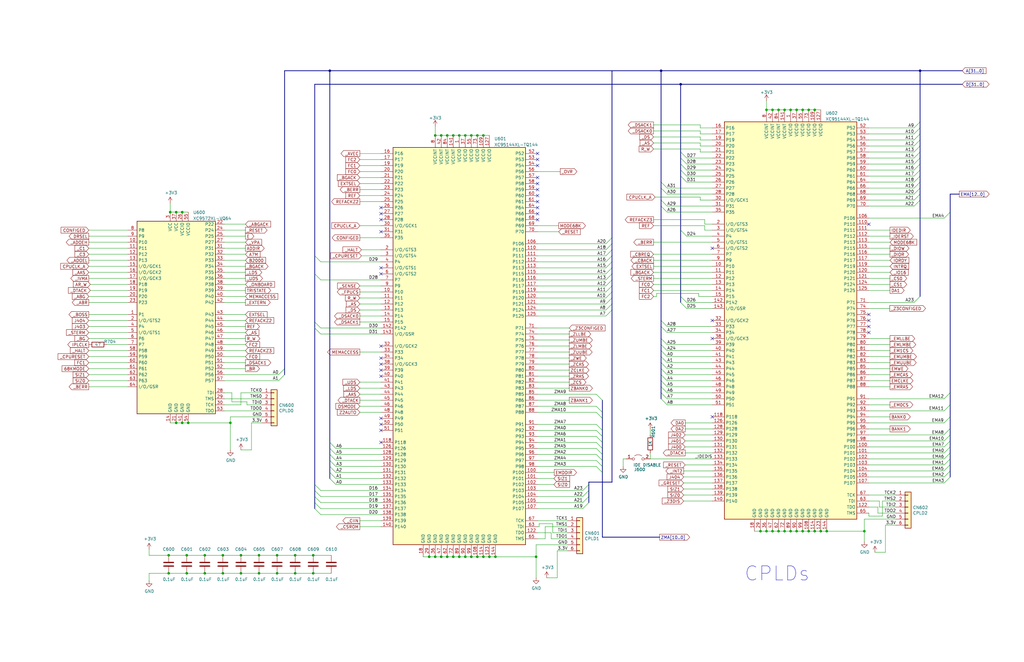
<source format=kicad_sch>
(kicad_sch (version 20211123) (generator eeschema)
  (paper "B")
  (title_block (title "Amiga N2630") (date "2022-05-31") (rev "2.0 QFP"))
  (junction (at 93.98 234.315))
  (junction (at 124.46 234.315))
  (junction (at 364.49 224.155))
  (junction (at 335.915 224.155))
  (junction (at 71.755 89.535))
  (junction (at 226.06 234.95))
  (junction (at 74.295 178.435))
  (junction (at 74.295 89.535))
  (junction (at 109.22 234.315))
  (junction (at 71.12 234.315))
  (junction (at 206.375 234.95))
  (junction (at 132.08 234.315))
  (junction (at 208.915 234.95))
  (junction (at 203.835 57.15))
  (junction (at 139.065 29.845))
  (junction (at 109.22 241.935))
  (junction (at 132.08 241.935))
  (junction (at 191.135 57.15))
  (junction (at 193.675 57.15))
  (junction (at 86.36 234.315))
  (junction (at 196.215 57.15))
  (junction (at 325.755 224.155))
  (junction (at 183.515 57.15))
  (junction (at 191.135 234.95))
  (junction (at 76.835 178.435))
  (junction (at 343.535 46.355))
  (junction (at 330.835 224.155))
  (junction (at 387.985 29.845))
  (junction (at 116.84 234.315))
  (junction (at 188.595 57.15))
  (junction (at 97.155 178.435))
  (junction (at 201.295 57.15))
  (junction (at 180.975 234.95))
  (junction (at 340.995 46.355))
  (junction (at 287.02 35.56))
  (junction (at 78.74 234.315))
  (junction (at 76.835 89.535))
  (junction (at 78.74 241.935))
  (junction (at 124.46 241.935))
  (junction (at 278.765 29.845))
  (junction (at 333.375 224.155))
  (junction (at 101.6 234.315))
  (junction (at 340.995 224.155))
  (junction (at 323.215 46.355))
  (junction (at 325.755 46.355))
  (junction (at 338.455 46.355))
  (junction (at 346.075 224.155))
  (junction (at 186.055 234.95))
  (junction (at 198.755 57.15))
  (junction (at 79.375 178.435))
  (junction (at 196.215 234.95))
  (junction (at 186.055 57.15))
  (junction (at 93.98 241.935))
  (junction (at 328.295 46.355))
  (junction (at 101.6 241.935))
  (junction (at 323.215 224.155))
  (junction (at 328.295 224.155))
  (junction (at 343.535 224.155))
  (junction (at 330.835 46.355))
  (junction (at 116.84 241.935))
  (junction (at 335.915 46.355))
  (junction (at 320.675 224.155))
  (junction (at 338.455 224.155))
  (junction (at 183.515 234.95))
  (junction (at 71.12 241.935))
  (junction (at 86.36 241.935))
  (junction (at 333.375 46.355))
  (junction (at 193.675 234.95))
  (junction (at 203.835 234.95))
  (junction (at 188.595 234.95))
  (junction (at 201.295 234.95))
  (junction (at 348.615 224.155))
  (junction (at 198.755 234.95))
  (no_connect (at 300.355 142.875))
  (no_connect (at 300.355 135.255))
  (no_connect (at 160.655 186.69))
  (no_connect (at 226.695 85.09))
  (no_connect (at 226.695 90.17))
  (no_connect (at 226.695 87.63))
  (no_connect (at 226.695 92.71))
  (no_connect (at 226.695 82.55))
  (no_connect (at 226.695 80.01))
  (no_connect (at 226.695 77.47))
  (no_connect (at 226.695 74.93))
  (no_connect (at 226.695 67.31))
  (no_connect (at 226.695 64.77))
  (no_connect (at 226.695 69.85))
  (no_connect (at 300.355 104.775))
  (no_connect (at 160.655 97.79))
  (no_connect (at 160.655 92.71))
  (no_connect (at 160.655 90.17))
  (no_connect (at 160.655 87.63))
  (no_connect (at 160.655 113.03))
  (no_connect (at 160.655 115.57))
  (no_connect (at 300.355 175.895))
  (no_connect (at 366.395 94.615))
  (no_connect (at 160.655 153.67))
  (no_connect (at 160.655 146.05))
  (no_connect (at 366.395 140.335))
  (no_connect (at 366.395 137.795))
  (no_connect (at 366.395 135.255))
  (no_connect (at 160.655 151.13))
  (no_connect (at 160.655 156.21))
  (no_connect (at 160.655 158.75))
  (no_connect (at 160.655 179.07))
  (no_connect (at 160.655 176.53))
  (no_connect (at 160.655 181.61))
  (no_connect (at 366.395 132.715))
  (bus_entry (at 281.305 137.795) (size -2.54 -2.54))
  (bus_entry (at 398.145 186.055) (size 2.54 -2.54))
  (bus_entry (at 398.018 183.515) (size 2.54 -2.54))
  (bus_entry (at 398.145 188.595) (size 2.54 -2.54))
  (bus_entry (at 398.145 173.355) (size 2.54 -2.54))
  (bus_entry (at 398.145 178.435) (size 2.54 -2.54))
  (bus_entry (at 255.524 107.95) (size 2.54 -2.54))
  (bus_entry (at 385.445 74.295) (size 2.54 -2.54))
  (bus_entry (at 385.445 61.595) (size 2.54 -2.54))
  (bus_entry (at 255.524 133.35) (size 2.54 -2.54))
  (bus_entry (at 385.445 53.975) (size 2.54 -2.54))
  (bus_entry (at 281.305 89.535) (size -2.54 -2.54))
  (bus_entry (at 281.305 79.375) (size -2.54 -2.54))
  (bus_entry (at 385.445 127.635) (size 2.54 -2.54))
  (bus_entry (at 385.445 79.375) (size 2.54 -2.54))
  (bus_entry (at 135.255 209.55) (size -2.54 -2.54))
  (bus_entry (at 289.56 71.755) (size -2.54 -2.54))
  (bus_entry (at 281.305 165.735) (size -2.54 -2.54))
  (bus_entry (at 398.145 201.295) (size 2.54 -2.54))
  (bus_entry (at 398.145 193.675) (size 2.54 -2.54))
  (bus_entry (at 398.145 203.835) (size 2.54 -2.54))
  (bus_entry (at 398.145 92.075) (size 2.54 -2.54))
  (bus_entry (at 398.018 198.755) (size 2.54 -2.54))
  (bus_entry (at 398.145 196.215) (size 2.54 -2.54))
  (bus_entry (at 398.145 191.135) (size 2.54 -2.54))
  (bus_entry (at 135.255 207.01) (size -2.54 -2.54))
  (bus_entry (at 281.305 163.195) (size -2.54 -2.54))
  (bus_entry (at 281.305 150.495) (size -2.54 -2.54))
  (bus_entry (at 281.305 145.415) (size -2.54 -2.54))
  (bus_entry (at 141.605 204.47) (size -2.54 -2.54))
  (bus_entry (at 141.605 196.85) (size -2.54 -2.54))
  (bus_entry (at 141.605 194.31) (size -2.54 -2.54))
  (bus_entry (at 141.605 199.39) (size -2.54 -2.54))
  (bus_entry (at 141.605 201.93) (size -2.54 -2.54))
  (bus_entry (at 141.605 189.23) (size -2.54 -2.54))
  (bus_entry (at 141.605 191.77) (size -2.54 -2.54))
  (bus_entry (at 255.524 118.11) (size 2.54 -2.54))
  (bus_entry (at 255.524 128.27) (size 2.54 -2.54))
  (bus_entry (at 255.524 120.65) (size 2.54 -2.54))
  (bus_entry (at 255.524 123.19) (size 2.54 -2.54))
  (bus_entry (at 255.524 125.73) (size 2.54 -2.54))
  (bus_entry (at 255.524 130.81) (size 2.54 -2.54))
  (bus_entry (at 245.745 207.01) (size 2.54 -2.54))
  (bus_entry (at 245.745 214.63) (size 2.54 -2.54))
  (bus_entry (at 245.745 212.09) (size 2.54 -2.54))
  (bus_entry (at 255.524 115.57) (size 2.54 -2.54))
  (bus_entry (at 255.524 113.03) (size 2.54 -2.54))
  (bus_entry (at 245.745 209.55) (size 2.54 -2.54))
  (bus_entry (at 385.445 84.455) (size 2.54 -2.54))
  (bus_entry (at 289.56 130.175) (size -2.54 -2.54))
  (bus_entry (at 385.445 69.215) (size 2.54 -2.54))
  (bus_entry (at 255.524 110.49) (size 2.54 -2.54))
  (bus_entry (at 385.445 81.915) (size 2.54 -2.54))
  (bus_entry (at 385.445 59.055) (size 2.54 -2.54))
  (bus_entry (at 281.305 170.815) (size -2.54 -2.54))
  (bus_entry (at 289.56 127.635) (size -2.54 -2.54))
  (bus_entry (at 385.445 56.515) (size 2.54 -2.54))
  (bus_entry (at 281.305 155.575) (size -2.54 -2.54))
  (bus_entry (at 135.255 217.17) (size -2.54 -2.54))
  (bus_entry (at 289.56 74.295) (size -2.54 -2.54))
  (bus_entry (at 281.305 168.275) (size -2.54 -2.54))
  (bus_entry (at 281.305 160.655) (size -2.54 -2.54))
  (bus_entry (at 289.56 99.695) (size -2.54 -2.54))
  (bus_entry (at 117.475 158.115) (size 2.54 -2.54))
  (bus_entry (at 255.524 102.87) (size 2.54 -2.54))
  (bus_entry (at 385.445 71.755) (size 2.54 -2.54))
  (bus_entry (at 281.305 158.115) (size -2.54 -2.54))
  (bus_entry (at 398.145 168.275) (size 2.54 -2.54))
  (bus_entry (at 289.56 66.675) (size -2.54 -2.54))
  (bus_entry (at 281.305 147.955) (size -2.54 -2.54))
  (bus_entry (at 385.445 64.135) (size 2.54 -2.54))
  (bus_entry (at 281.305 140.335) (size -2.54 -2.54))
  (bus_entry (at 385.445 86.995) (size 2.54 -2.54))
  (bus_entry (at 289.56 76.835) (size -2.54 -2.54))
  (bus_entry (at 385.445 66.675) (size 2.54 -2.54))
  (bus_entry (at 385.445 76.835) (size 2.54 -2.54))
  (bus_entry (at 255.524 105.41) (size 2.54 -2.54))
  (bus_entry (at 281.305 153.035) (size -2.54 -2.54))
  (bus_entry (at 135.255 212.09) (size -2.54 -2.54))
  (bus_entry (at 289.56 69.215) (size -2.54 -2.54))
  (bus_entry (at 251.46 171.45) (size 2.54 2.54))
  (bus_entry (at 251.46 166.37) (size 2.54 2.54))
  (bus_entry (at 251.46 179.07) (size 2.54 2.54))
  (bus_entry (at 251.46 173.99) (size 2.54 2.54))
  (bus_entry (at 251.46 191.77) (size 2.54 2.54))
  (bus_entry (at 251.46 194.31) (size 2.54 2.54))
  (bus_entry (at 251.46 196.85) (size 2.54 2.54))
  (bus_entry (at 251.46 184.15) (size 2.54 2.54))
  (bus_entry (at 251.46 189.23) (size 2.54 2.54))
  (bus_entry (at 251.46 181.61) (size 2.54 2.54))
  (bus_entry (at 251.46 186.69) (size 2.54 2.54))
  (bus_entry (at 117.475 160.655) (size 2.54 -2.54))
  (bus_entry (at 281.305 86.995) (size -2.54 -2.54))
  (bus_entry (at 281.305 81.915) (size -2.54 -2.54))
  (bus_entry (at 135.255 110.49) (size -2.54 -2.54))
  (bus_entry (at 135.255 118.11) (size -2.54 -2.54))
  (bus_entry (at 135.255 140.97) (size -2.54 -2.54))
  (bus_entry (at 135.255 138.43) (size -2.54 -2.54))
  (bus_entry (at 135.255 214.63) (size -2.54 -2.54))
  (bus (pts (xy 278.765 79.375) (xy 278.765 84.455)))
  (wire (pts (xy 53.975 112.395) (xy 37.465 112.395)))
  (wire (pts (xy 160.655 166.37) (xy 151.765 166.37)))
  (wire (pts (xy 366.395 173.355) (xy 398.145 173.355)))
  (wire (pts (xy 276.225 83.185) (xy 295.275 83.185)))
  (wire (pts (xy 183.515 234.95) (xy 186.055 234.95)))
  (wire (pts (xy 226.06 243.84) (xy 226.06 234.95)))
  (wire (pts (xy 226.06 234.95) (xy 226.06 229.87)))
  (bus (pts (xy 258.064 120.65) (xy 258.064 118.11)))
  (bus (pts (xy 132.715 107.95) (xy 132.715 35.56)))
  (wire (pts (xy 297.18 97.155) (xy 300.355 97.155)))
  (bus (pts (xy 258.064 115.57) (xy 258.064 113.03)))
  (bus (pts (xy 254 181.61) (xy 254 184.15)))
  (wire (pts (xy 203.835 234.95) (xy 206.375 234.95)))
  (wire (pts (xy 366.395 109.855) (xy 375.285 109.855)))
  (wire (pts (xy 288.29 203.835) (xy 300.355 203.835)))
  (wire (pts (xy 103.505 147.955) (xy 94.615 147.955)))
  (wire (pts (xy 297.18 92.71) (xy 297.18 94.615)))
  (wire (pts (xy 180.975 234.95) (xy 183.515 234.95)))
  (wire (pts (xy 101.6 241.935) (xy 93.98 241.935)))
  (wire (pts (xy 239.395 222.25) (xy 229.87 222.25)))
  (bus (pts (xy 248.285 212.09) (xy 248.285 209.55)))
  (wire (pts (xy 300.355 165.735) (xy 281.305 165.735)))
  (bus (pts (xy 287.02 125.095) (xy 287.02 127.635)))
  (wire (pts (xy 289.56 127.635) (xy 300.355 127.635)))
  (wire (pts (xy 300.355 160.655) (xy 281.305 160.655)))
  (wire (pts (xy 53.975 109.855) (xy 37.465 109.855)))
  (wire (pts (xy 103.505 135.255) (xy 94.615 135.255)))
  (wire (pts (xy 188.595 234.95) (xy 191.135 234.95)))
  (wire (pts (xy 151.765 222.25) (xy 160.655 222.25)))
  (wire (pts (xy 366.395 170.815) (xy 375.285 170.815)))
  (wire (pts (xy 372.11 217.805) (xy 366.395 217.805)))
  (wire (pts (xy 104.14 170.815) (xy 110.49 170.815)))
  (wire (pts (xy 366.395 120.015) (xy 375.285 120.015)))
  (wire (pts (xy 135.255 214.63) (xy 160.655 214.63)))
  (wire (pts (xy 320.675 224.155) (xy 318.135 224.155)))
  (wire (pts (xy 295.275 52.705) (xy 275.59 52.705)))
  (bus (pts (xy 139.065 194.31) (xy 139.065 196.85)))
  (wire (pts (xy 328.295 46.355) (xy 325.755 46.355)))
  (wire (pts (xy 385.445 71.755) (xy 366.395 71.755)))
  (wire (pts (xy 274.193 193.675) (xy 300.355 193.675)))
  (wire (pts (xy 281.305 150.495) (xy 300.355 150.495)))
  (wire (pts (xy 255.524 110.49) (xy 226.695 110.49)))
  (wire (pts (xy 245.745 214.63) (xy 226.695 214.63)))
  (wire (pts (xy 262.763 193.675) (xy 262.763 196.85)))
  (wire (pts (xy 364.49 224.155) (xy 364.49 219.075)))
  (wire (pts (xy 385.445 84.455) (xy 366.395 84.455)))
  (bus (pts (xy 132.715 212.09) (xy 132.715 214.63)))
  (wire (pts (xy 97.155 178.435) (xy 97.155 175.895)))
  (wire (pts (xy 53.975 122.555) (xy 38.1 122.555)))
  (wire (pts (xy 295.275 60.325) (xy 295.275 61.595)))
  (bus (pts (xy 248.285 209.55) (xy 248.285 207.01)))
  (wire (pts (xy 297.18 95.25) (xy 297.18 97.155)))
  (wire (pts (xy 71.755 85.725) (xy 71.755 89.535)))
  (wire (pts (xy 103.505 102.235) (xy 94.615 102.235)))
  (wire (pts (xy 135.255 207.01) (xy 160.655 207.01)))
  (wire (pts (xy 300.355 107.315) (xy 275.59 107.315)))
  (wire (pts (xy 226.695 140.97) (xy 240.03 140.97)))
  (wire (pts (xy 103.505 155.575) (xy 94.615 155.575)))
  (bus (pts (xy 132.715 138.557) (xy 132.715 204.47)))
  (wire (pts (xy 226.695 189.23) (xy 251.46 189.23)))
  (wire (pts (xy 191.135 57.15) (xy 188.595 57.15)))
  (wire (pts (xy 53.975 125.095) (xy 37.465 125.095)))
  (wire (pts (xy 335.915 46.355) (xy 333.375 46.355)))
  (wire (pts (xy 300.355 208.915) (xy 288.29 208.915)))
  (wire (pts (xy 94.615 94.615) (xy 103.505 94.615)))
  (wire (pts (xy 385.445 127.635) (xy 366.395 127.635)))
  (wire (pts (xy 226.695 219.71) (xy 239.395 219.71)))
  (bus (pts (xy 258.064 102.87) (xy 258.064 100.33)))
  (wire (pts (xy 281.305 147.955) (xy 300.355 147.955)))
  (wire (pts (xy 226.695 97.79) (xy 235.585 97.79)))
  (wire (pts (xy 37.465 158.115) (xy 53.975 158.115)))
  (wire (pts (xy 281.305 89.535) (xy 300.355 89.535)))
  (wire (pts (xy 281.305 81.915) (xy 300.355 81.915)))
  (bus (pts (xy 254 191.77) (xy 254 194.31)))
  (wire (pts (xy 289.56 99.695) (xy 300.355 99.695)))
  (bus (pts (xy 400.685 191.135) (xy 400.685 188.595)))
  (wire (pts (xy 226.695 194.31) (xy 251.46 194.31)))
  (wire (pts (xy 160.655 74.93) (xy 151.765 74.93)))
  (wire (pts (xy 103.505 122.555) (xy 94.615 122.555)))
  (wire (pts (xy 226.695 191.77) (xy 251.46 191.77)))
  (bus (pts (xy 258.064 118.11) (xy 258.064 115.57)))
  (bus (pts (xy 254 199.39) (xy 254 226.695)))
  (wire (pts (xy 300.355 186.055) (xy 288.925 186.055)))
  (wire (pts (xy 94.615 120.015) (xy 103.505 120.015)))
  (wire (pts (xy 94.615 158.115) (xy 117.475 158.115)))
  (wire (pts (xy 300.355 112.395) (xy 275.59 112.395)))
  (wire (pts (xy 289.56 74.295) (xy 300.355 74.295)))
  (wire (pts (xy 206.375 234.95) (xy 208.915 234.95)))
  (wire (pts (xy 366.395 175.895) (xy 375.285 175.895)))
  (wire (pts (xy 274.193 183.515) (xy 274.193 180.975)))
  (wire (pts (xy 196.215 234.95) (xy 198.755 234.95)))
  (wire (pts (xy 160.655 64.77) (xy 151.765 64.77)))
  (bus (pts (xy 387.985 64.135) (xy 387.985 66.675)))
  (bus (pts (xy 254 189.23) (xy 254 191.77)))
  (wire (pts (xy 300.355 125.095) (xy 294.64 125.095)))
  (wire (pts (xy 160.655 77.47) (xy 151.765 77.47)))
  (wire (pts (xy 300.355 170.815) (xy 281.305 170.815)))
  (wire (pts (xy 274.193 191.135) (xy 274.193 193.675)))
  (wire (pts (xy 141.605 196.85) (xy 160.655 196.85)))
  (wire (pts (xy 289.56 76.835) (xy 300.355 76.835)))
  (wire (pts (xy 94.615 109.855) (xy 103.505 109.855)))
  (wire (pts (xy 385.445 53.975) (xy 366.395 53.975)))
  (wire (pts (xy 160.655 173.99) (xy 151.765 173.99)))
  (wire (pts (xy 325.755 46.355) (xy 323.215 46.355)))
  (wire (pts (xy 196.215 57.15) (xy 193.675 57.15)))
  (wire (pts (xy 53.975 117.475) (xy 37.465 117.475)))
  (bus (pts (xy 400.685 175.895) (xy 400.685 170.815)))
  (bus (pts (xy 387.985 61.595) (xy 387.985 64.135)))
  (wire (pts (xy 366.395 145.415) (xy 375.285 145.415)))
  (wire (pts (xy 93.98 241.935) (xy 86.36 241.935)))
  (wire (pts (xy 300.355 183.515) (xy 288.925 183.515)))
  (wire (pts (xy 103.505 150.495) (xy 94.615 150.495)))
  (wire (pts (xy 37.465 147.955) (xy 53.975 147.955)))
  (wire (pts (xy 226.695 199.39) (xy 233.68 199.39)))
  (wire (pts (xy 124.46 241.935) (xy 132.08 241.935)))
  (wire (pts (xy 340.995 224.155) (xy 338.455 224.155)))
  (wire (pts (xy 37.465 132.715) (xy 53.975 132.715)))
  (wire (pts (xy 37.465 140.335) (xy 53.975 140.335)))
  (bus (pts (xy 400.685 89.535) (xy 400.685 81.915)))
  (wire (pts (xy 151.765 123.19) (xy 160.655 123.19)))
  (wire (pts (xy 53.975 137.795) (xy 37.465 137.795)))
  (bus (pts (xy 254 194.31) (xy 254 196.85)))
  (wire (pts (xy 226.695 95.25) (xy 235.585 95.25)))
  (wire (pts (xy 37.465 104.775) (xy 53.975 104.775)))
  (wire (pts (xy 300.355 163.195) (xy 281.305 163.195)))
  (wire (pts (xy 281.305 86.995) (xy 300.355 86.995)))
  (bus (pts (xy 248.285 203.454) (xy 258.064 203.454)))
  (wire (pts (xy 208.915 234.95) (xy 226.06 234.95)))
  (bus (pts (xy 278.765 158.115) (xy 278.765 160.655)))
  (wire (pts (xy 135.255 217.17) (xy 160.655 217.17)))
  (wire (pts (xy 191.135 234.95) (xy 193.675 234.95)))
  (bus (pts (xy 258.064 113.03) (xy 258.064 110.49)))
  (wire (pts (xy 366.395 178.435) (xy 398.145 178.435)))
  (bus (pts (xy 278.765 153.035) (xy 278.765 155.575)))
  (wire (pts (xy 385.445 69.215) (xy 366.395 69.215)))
  (bus (pts (xy 120.015 29.845) (xy 139.065 29.845)))
  (bus (pts (xy 287.02 35.56) (xy 287.02 64.135)))
  (wire (pts (xy 160.655 163.83) (xy 151.765 163.83)))
  (wire (pts (xy 375.285 122.555) (xy 366.395 122.555)))
  (bus (pts (xy 278.765 160.655) (xy 278.765 163.195)))
  (bus (pts (xy 254 176.53) (xy 254 181.61)))
  (bus (pts (xy 258.064 128.27) (xy 258.064 130.81)))
  (wire (pts (xy 151.765 125.73) (xy 160.655 125.73)))
  (wire (pts (xy 76.835 178.435) (xy 79.375 178.435)))
  (wire (pts (xy 226.695 148.59) (xy 240.03 148.59)))
  (wire (pts (xy 234.95 243.84) (xy 230.505 243.84)))
  (wire (pts (xy 103.505 140.335) (xy 94.615 140.335)))
  (wire (pts (xy 255.524 102.87) (xy 226.695 102.87)))
  (wire (pts (xy 109.22 241.935) (xy 101.6 241.935)))
  (wire (pts (xy 141.605 191.77) (xy 160.655 191.77)))
  (wire (pts (xy 193.675 234.95) (xy 196.215 234.95)))
  (wire (pts (xy 79.375 178.435) (xy 97.155 178.435)))
  (wire (pts (xy 372.11 211.455) (xy 372.11 217.805)))
  (bus (pts (xy 387.985 66.675) (xy 387.985 69.215)))
  (bus (pts (xy 400.685 81.915) (xy 404.495 81.915)))
  (wire (pts (xy 366.395 163.195) (xy 375.285 163.195)))
  (wire (pts (xy 103.505 145.415) (xy 94.615 145.415)))
  (wire (pts (xy 300.355 117.475) (xy 275.59 117.475)))
  (wire (pts (xy 264.033 193.675) (xy 262.763 193.675)))
  (wire (pts (xy 226.695 72.39) (xy 236.22 72.39)))
  (bus (pts (xy 278.765 145.415) (xy 278.765 147.955)))
  (bus (pts (xy 287.02 74.295) (xy 287.02 97.155)))
  (bus (pts (xy 278.765 29.845) (xy 387.985 29.845)))
  (bus (pts (xy 278.765 165.735) (xy 278.765 168.275)))
  (bus (pts (xy 400.685 193.675) (xy 400.685 191.135)))
  (wire (pts (xy 135.255 138.43) (xy 160.655 138.43)))
  (wire (pts (xy 109.22 234.315) (xy 116.84 234.315)))
  (wire (pts (xy 151.765 120.65) (xy 160.655 120.65)))
  (wire (pts (xy 160.655 107.95) (xy 152.4 107.95)))
  (bus (pts (xy 287.02 64.135) (xy 287.02 66.675)))
  (bus (pts (xy 258.064 130.81) (xy 258.064 203.454)))
  (wire (pts (xy 366.395 183.515) (xy 398.018 183.515)))
  (wire (pts (xy 141.605 189.23) (xy 160.655 189.23)))
  (wire (pts (xy 333.375 46.355) (xy 330.835 46.355)))
  (wire (pts (xy 226.695 158.75) (xy 240.03 158.75)))
  (wire (pts (xy 300.355 114.935) (xy 275.59 114.935)))
  (wire (pts (xy 160.655 95.25) (xy 151.765 95.25)))
  (wire (pts (xy 229.87 222.25) (xy 229.87 227.33)))
  (wire (pts (xy 233.045 220.98) (xy 227.33 220.98)))
  (bus (pts (xy 400.685 89.535) (xy 400.685 165.735)))
  (wire (pts (xy 116.84 241.935) (xy 124.46 241.935)))
  (wire (pts (xy 135.255 110.49) (xy 160.655 110.49)))
  (wire (pts (xy 53.975 107.315) (xy 37.465 107.315)))
  (wire (pts (xy 300.355 120.015) (xy 275.59 120.015)))
  (wire (pts (xy 86.36 234.315) (xy 78.74 234.315)))
  (bus (pts (xy 387.985 29.845) (xy 405.765 29.845)))
  (wire (pts (xy 103.505 112.395) (xy 94.615 112.395)))
  (wire (pts (xy 97.155 189.865) (xy 97.155 178.435)))
  (wire (pts (xy 151.765 130.81) (xy 160.655 130.81)))
  (wire (pts (xy 232.41 227.33) (xy 239.395 227.33)))
  (wire (pts (xy 275.59 60.325) (xy 295.275 60.325)))
  (wire (pts (xy 338.455 224.155) (xy 335.915 224.155)))
  (wire (pts (xy 101.6 165.735) (xy 101.6 170.815)))
  (wire (pts (xy 370.84 213.995) (xy 377.825 213.995)))
  (wire (pts (xy 97.79 165.735) (xy 97.79 169.545)))
  (wire (pts (xy 300.355 84.455) (xy 295.275 84.455)))
  (wire (pts (xy 198.755 57.15) (xy 196.215 57.15)))
  (wire (pts (xy 226.695 179.07) (xy 251.46 179.07)))
  (wire (pts (xy 201.295 57.15) (xy 198.755 57.15)))
  (wire (pts (xy 276.86 125.095) (xy 275.59 125.095)))
  (wire (pts (xy 109.22 241.935) (xy 116.84 241.935)))
  (wire (pts (xy 297.18 94.615) (xy 300.355 94.615)))
  (wire (pts (xy 348.615 224.155) (xy 364.49 224.155)))
  (wire (pts (xy 71.12 234.315) (xy 62.865 234.315)))
  (bus (pts (xy 139.065 191.77) (xy 139.065 194.31)))
  (wire (pts (xy 385.445 86.995) (xy 366.395 86.995)))
  (wire (pts (xy 198.755 234.95) (xy 201.295 234.95)))
  (wire (pts (xy 255.524 133.35) (xy 226.695 133.35)))
  (bus (pts (xy 400.685 188.595) (xy 400.685 186.055)))
  (bus (pts (xy 258.064 100.33) (xy 258.064 29.972)))
  (bus (pts (xy 387.985 56.515) (xy 387.985 59.055)))
  (bus (pts (xy 139.065 186.69) (xy 139.065 189.23)))
  (wire (pts (xy 124.46 234.315) (xy 132.08 234.315)))
  (wire (pts (xy 294.64 123.825) (xy 276.86 123.825)))
  (wire (pts (xy 141.605 199.39) (xy 160.655 199.39)))
  (wire (pts (xy 71.12 241.935) (xy 62.865 241.935)))
  (wire (pts (xy 370.205 213.995) (xy 370.205 216.535)))
  (wire (pts (xy 366.395 168.275) (xy 398.145 168.275)))
  (wire (pts (xy 203.835 57.15) (xy 201.295 57.15)))
  (wire (pts (xy 53.975 99.695) (xy 37.465 99.695)))
  (wire (pts (xy 233.045 224.79) (xy 233.045 220.98)))
  (bus (pts (xy 400.685 183.515) (xy 400.685 175.895)))
  (wire (pts (xy 366.395 112.395) (xy 375.285 112.395)))
  (wire (pts (xy 37.465 153.035) (xy 53.975 153.035)))
  (bus (pts (xy 278.765 163.195) (xy 278.765 165.735)))
  (wire (pts (xy 226.695 184.15) (xy 251.46 184.15)))
  (wire (pts (xy 366.395 203.835) (xy 398.145 203.835)))
  (wire (pts (xy 366.395 114.935) (xy 375.285 114.935)))
  (wire (pts (xy 385.445 64.135) (xy 366.395 64.135)))
  (wire (pts (xy 186.055 234.95) (xy 188.595 234.95)))
  (wire (pts (xy 323.215 224.155) (xy 320.675 224.155)))
  (wire (pts (xy 288.29 198.755) (xy 300.355 198.755)))
  (wire (pts (xy 226.695 146.05) (xy 240.03 146.05)))
  (wire (pts (xy 300.355 191.135) (xy 288.925 191.135)))
  (wire (pts (xy 377.825 221.615) (xy 373.38 221.615)))
  (bus (pts (xy 278.765 137.795) (xy 278.765 142.875)))
  (wire (pts (xy 366.395 142.875) (xy 375.285 142.875)))
  (wire (pts (xy 255.524 130.81) (xy 226.695 130.81)))
  (bus (pts (xy 258.064 107.95) (xy 258.064 105.41)))
  (wire (pts (xy 385.445 56.515) (xy 366.395 56.515)))
  (wire (pts (xy 323.215 42.545) (xy 323.215 46.355)))
  (wire (pts (xy 103.505 137.795) (xy 94.615 137.795)))
  (wire (pts (xy 117.475 160.655) (xy 94.615 160.655)))
  (wire (pts (xy 132.08 234.315) (xy 139.7 234.315)))
  (wire (pts (xy 160.655 161.29) (xy 151.765 161.29)))
  (wire (pts (xy 300.355 56.515) (xy 295.275 56.515)))
  (bus (pts (xy 132.715 115.57) (xy 132.715 107.95)))
  (wire (pts (xy 226.695 204.47) (xy 233.553 204.47)))
  (wire (pts (xy 53.975 127.635) (xy 37.465 127.635)))
  (bus (pts (xy 387.985 81.915) (xy 387.985 84.455)))
  (wire (pts (xy 288.925 196.215) (xy 300.355 196.215)))
  (wire (pts (xy 295.275 55.245) (xy 275.59 55.245)))
  (wire (pts (xy 97.79 169.545) (xy 104.14 169.545)))
  (bus (pts (xy 400.685 186.055) (xy 400.685 183.515)))
  (wire (pts (xy 132.08 241.935) (xy 139.7 241.935)))
  (wire (pts (xy 295.275 64.135) (xy 295.275 62.865)))
  (bus (pts (xy 400.685 201.295) (xy 400.685 198.755)))
  (wire (pts (xy 366.395 117.475) (xy 375.285 117.475)))
  (wire (pts (xy 288.925 180.975) (xy 300.355 180.975)))
  (wire (pts (xy 366.395 211.455) (xy 370.84 211.455)))
  (wire (pts (xy 226.695 156.21) (xy 240.03 156.21)))
  (wire (pts (xy 53.975 120.015) (xy 38.1 120.015)))
  (wire (pts (xy 370.205 216.535) (xy 377.825 216.535)))
  (wire (pts (xy 226.695 161.29) (xy 240.03 161.29)))
  (wire (pts (xy 364.49 219.075) (xy 377.825 219.075)))
  (wire (pts (xy 255.524 105.41) (xy 226.695 105.41)))
  (wire (pts (xy 295.275 56.515) (xy 295.275 55.245)))
  (wire (pts (xy 93.98 234.315) (xy 86.36 234.315)))
  (wire (pts (xy 276.86 123.825) (xy 276.86 125.095)))
  (wire (pts (xy 281.305 153.035) (xy 300.355 153.035)))
  (wire (pts (xy 373.38 233.045) (xy 368.935 233.045)))
  (bus (pts (xy 132.715 135.89) (xy 132.715 115.57)))
  (wire (pts (xy 275.59 102.235) (xy 300.355 102.235)))
  (wire (pts (xy 227.33 222.25) (xy 226.695 222.25)))
  (wire (pts (xy 275.59 62.865) (xy 295.275 62.865)))
  (wire (pts (xy 151.765 67.31) (xy 160.655 67.31)))
  (bus (pts (xy 254 184.15) (xy 254 186.69)))
  (wire (pts (xy 366.395 198.755) (xy 398.018 198.755)))
  (wire (pts (xy 366.395 104.775) (xy 375.285 104.775)))
  (wire (pts (xy 160.655 80.01) (xy 151.765 80.01)))
  (wire (pts (xy 255.524 113.03) (xy 226.695 113.03)))
  (wire (pts (xy 366.395 150.495) (xy 375.285 150.495)))
  (bus (pts (xy 287.02 35.56) (xy 405.765 35.56)))
  (wire (pts (xy 288.29 206.375) (xy 300.355 206.375)))
  (wire (pts (xy 160.655 171.45) (xy 151.765 171.45)))
  (wire (pts (xy 151.765 128.27) (xy 160.655 128.27)))
  (wire (pts (xy 206.375 57.15) (xy 203.835 57.15)))
  (wire (pts (xy 160.655 85.09) (xy 151.765 85.09)))
  (bus (pts (xy 287.02 71.755) (xy 287.02 74.295)))
  (wire (pts (xy 255.524 115.57) (xy 226.695 115.57)))
  (wire (pts (xy 160.655 168.91) (xy 151.765 168.91)))
  (wire (pts (xy 37.465 150.495) (xy 53.975 150.495)))
  (wire (pts (xy 385.445 79.375) (xy 366.395 79.375)))
  (wire (pts (xy 37.465 160.655) (xy 53.975 160.655)))
  (wire (pts (xy 328.295 224.155) (xy 325.755 224.155)))
  (wire (pts (xy 366.395 153.035) (xy 375.285 153.035)))
  (wire (pts (xy 245.745 212.09) (xy 226.695 212.09)))
  (wire (pts (xy 53.975 135.255) (xy 37.465 135.255)))
  (wire (pts (xy 275.59 57.785) (xy 295.275 57.785)))
  (wire (pts (xy 160.655 72.39) (xy 151.765 72.39)))
  (wire (pts (xy 226.695 171.45) (xy 251.46 171.45)))
  (wire (pts (xy 294.64 125.095) (xy 294.64 123.825)))
  (wire (pts (xy 45.085 145.415) (xy 53.975 145.415)))
  (wire (pts (xy 226.695 151.13) (xy 240.03 151.13)))
  (wire (pts (xy 103.505 125.095) (xy 94.615 125.095)))
  (bus (pts (xy 400.685 170.815) (xy 400.685 165.735)))
  (bus (pts (xy 139.065 199.39) (xy 139.065 201.93)))
  (wire (pts (xy 364.49 228.6) (xy 364.49 224.155)))
  (wire (pts (xy 103.505 127.635) (xy 94.615 127.635)))
  (wire (pts (xy 103.505 142.875) (xy 94.615 142.875)))
  (wire (pts (xy 377.825 211.455) (xy 372.11 211.455)))
  (bus (pts (xy 278.765 147.955) (xy 278.765 150.495)))
  (wire (pts (xy 94.615 97.155) (xy 103.505 97.155)))
  (bus (pts (xy 387.985 79.375) (xy 387.985 81.915)))
  (bus (pts (xy 120.015 158.115) (xy 120.015 155.575)))
  (bus (pts (xy 387.985 53.975) (xy 387.985 56.515)))
  (wire (pts (xy 226.695 181.61) (xy 251.46 181.61)))
  (wire (pts (xy 110.49 168.275) (xy 94.615 168.275)))
  (bus (pts (xy 132.715 35.56) (xy 287.02 35.56)))
  (wire (pts (xy 366.395 213.995) (xy 370.205 213.995)))
  (bus (pts (xy 254 226.695) (xy 278.13 226.695)))
  (bus (pts (xy 258.064 105.41) (xy 258.064 102.87)))
  (bus (pts (xy 120.015 155.575) (xy 120.015 29.845)))
  (wire (pts (xy 110.49 173.355) (xy 94.615 173.355)))
  (wire (pts (xy 160.655 204.47) (xy 141.605 204.47)))
  (wire (pts (xy 295.275 53.975) (xy 295.275 52.705)))
  (bus (pts (xy 139.065 196.85) (xy 139.065 199.39)))
  (bus (pts (xy 387.985 74.295) (xy 387.985 76.835)))
  (bus (pts (xy 387.985 69.215) (xy 387.985 71.755)))
  (wire (pts (xy 366.395 158.115) (xy 375.285 158.115)))
  (wire (pts (xy 289.56 71.755) (xy 300.355 71.755)))
  (wire (pts (xy 109.22 234.315) (xy 101.6 234.315)))
  (wire (pts (xy 330.835 224.155) (xy 328.295 224.155)))
  (bus (pts (xy 387.985 51.435) (xy 387.985 53.975)))
  (wire (pts (xy 385.445 76.835) (xy 366.395 76.835)))
  (wire (pts (xy 37.465 155.575) (xy 53.975 155.575)))
  (wire (pts (xy 79.375 89.535) (xy 76.835 89.535)))
  (bus (pts (xy 132.715 138.43) (xy 132.715 135.89)))
  (wire (pts (xy 366.395 193.675) (xy 398.145 193.675)))
  (bus (pts (xy 258.064 123.19) (xy 258.064 120.65)))
  (wire (pts (xy 346.075 46.355) (xy 343.535 46.355)))
  (wire (pts (xy 74.295 178.435) (xy 76.835 178.435)))
  (wire (pts (xy 86.36 241.935) (xy 78.74 241.935)))
  (wire (pts (xy 106.045 189.865) (xy 101.6 189.865)))
  (bus (pts (xy 278.765 84.455) (xy 278.765 86.995)))
  (bus (pts (xy 278.765 155.575) (xy 278.765 158.115)))
  (bus (pts (xy 248.285 207.01) (xy 248.285 204.47)))
  (wire (pts (xy 289.56 66.675) (xy 300.355 66.675)))
  (wire (pts (xy 385.445 74.295) (xy 366.395 74.295)))
  (wire (pts (xy 74.295 89.535) (xy 71.755 89.535)))
  (wire (pts (xy 106.045 178.435) (xy 106.045 189.865)))
  (wire (pts (xy 135.255 209.55) (xy 160.655 209.55)))
  (bus (pts (xy 278.765 135.255) (xy 278.765 137.795)))
  (wire (pts (xy 101.6 170.815) (xy 94.615 170.815)))
  (wire (pts (xy 239.395 224.79) (xy 233.045 224.79)))
  (wire (pts (xy 300.355 158.115) (xy 281.305 158.115)))
  (wire (pts (xy 141.605 194.31) (xy 160.655 194.31)))
  (wire (pts (xy 78.74 234.315) (xy 71.12 234.315)))
  (wire (pts (xy 289.56 69.215) (xy 300.355 69.215)))
  (wire (pts (xy 183.515 53.34) (xy 183.515 57.15)))
  (wire (pts (xy 375.285 99.695) (xy 366.395 99.695)))
  (bus (pts (xy 278.765 76.835) (xy 278.765 79.375)))
  (bus (pts (xy 387.985 71.755) (xy 387.985 74.295)))
  (wire (pts (xy 232.41 224.79) (xy 232.41 227.33)))
  (wire (pts (xy 366.395 208.915) (xy 377.825 208.915)))
  (wire (pts (xy 135.255 140.97) (xy 160.655 140.97)))
  (wire (pts (xy 255.524 107.95) (xy 226.695 107.95)))
  (wire (pts (xy 94.615 132.715) (xy 103.505 132.715)))
  (wire (pts (xy 288.29 201.295) (xy 300.355 201.295)))
  (wire (pts (xy 366.395 107.315) (xy 375.285 107.315)))
  (wire (pts (xy 141.605 201.93) (xy 160.655 201.93)))
  (wire (pts (xy 152.4 105.41) (xy 160.655 105.41)))
  (wire (pts (xy 78.74 241.935) (xy 71.12 241.935)))
  (wire (pts (xy 193.675 57.15) (xy 191.135 57.15)))
  (bus (pts (xy 387.985 76.835) (xy 387.985 79.375)))
  (bus (pts (xy 132.715 207.01) (xy 132.715 209.55)))
  (wire (pts (xy 300.355 64.135) (xy 295.275 64.135)))
  (wire (pts (xy 300.355 53.975) (xy 295.275 53.975)))
  (wire (pts (xy 295.275 57.785) (xy 295.275 59.055)))
  (wire (pts (xy 300.355 109.855) (xy 275.59 109.855)))
  (wire (pts (xy 227.33 220.98) (xy 227.33 222.25)))
  (wire (pts (xy 151.765 69.85) (xy 160.655 69.85)))
  (wire (pts (xy 151.765 133.35) (xy 160.655 133.35)))
  (wire (pts (xy 370.84 211.455) (xy 370.84 213.995)))
  (wire (pts (xy 281.305 137.795) (xy 300.355 137.795)))
  (bus (pts (xy 254 168.91) (xy 254 173.99)))
  (wire (pts (xy 325.755 224.155) (xy 323.215 224.155)))
  (bus (pts (xy 278.765 29.845) (xy 278.765 76.835)))
  (wire (pts (xy 275.59 95.25) (xy 297.18 95.25)))
  (wire (pts (xy 343.535 46.355) (xy 340.995 46.355)))
  (wire (pts (xy 385.445 61.595) (xy 366.395 61.595)))
  (wire (pts (xy 366.395 180.975) (xy 375.285 180.975)))
  (bus (pts (xy 258.064 128.27) (xy 258.064 125.73)))
  (wire (pts (xy 330.835 46.355) (xy 328.295 46.355)))
  (bus (pts (xy 387.985 59.055) (xy 387.985 61.595)))
  (wire (pts (xy 338.455 46.355) (xy 335.915 46.355)))
  (wire (pts (xy 226.06 229.87) (xy 239.395 229.87)))
  (wire (pts (xy 53.975 114.935) (xy 37.465 114.935)))
  (wire (pts (xy 300.355 188.595) (xy 288.925 188.595)))
  (wire (pts (xy 288.925 178.435) (xy 300.355 178.435)))
  (wire (pts (xy 62.865 234.315) (xy 62.865 231.775)))
  (wire (pts (xy 97.155 175.895) (xy 110.49 175.895)))
  (bus (pts (xy 132.715 204.47) (xy 132.715 207.01)))
  (wire (pts (xy 186.055 57.15) (xy 183.515 57.15)))
  (bus (pts (xy 254 173.99) (xy 254 176.53)))
  (wire (pts (xy 245.745 207.01) (xy 226.695 207.01)))
  (wire (pts (xy 275.59 92.71) (xy 297.18 92.71)))
  (wire (pts (xy 53.975 102.235) (xy 37.465 102.235)))
  (wire (pts (xy 226.695 224.79) (xy 232.41 224.79)))
  (wire (pts (xy 239.395 232.41) (xy 234.95 232.41)))
  (wire (pts (xy 103.505 153.035) (xy 94.615 153.035)))
  (wire (pts (xy 366.395 196.215) (xy 398.145 196.215)))
  (wire (pts (xy 348.615 224.155) (xy 346.075 224.155)))
  (wire (pts (xy 226.695 186.69) (xy 251.46 186.69)))
  (wire (pts (xy 226.695 196.85) (xy 251.46 196.85)))
  (bus (pts (xy 258.064 125.73) (xy 258.064 123.19)))
  (bus (pts (xy 278.765 150.495) (xy 278.765 153.035)))
  (wire (pts (xy 288.29 211.455) (xy 300.355 211.455)))
  (wire (pts (xy 234.95 232.41) (xy 234.95 243.84)))
  (wire (pts (xy 366.395 217.805) (xy 366.395 216.535)))
  (wire (pts (xy 333.375 224.155) (xy 330.835 224.155)))
  (wire (pts (xy 101.6 234.315) (xy 93.98 234.315)))
  (wire (pts (xy 103.505 117.475) (xy 94.615 117.475)))
  (bus (pts (xy 139.065 189.23) (xy 139.065 191.77)))
  (wire (pts (xy 366.395 147.955) (xy 375.285 147.955)))
  (wire (pts (xy 373.38 221.615) (xy 373.38 233.045)))
  (bus (pts (xy 254 186.69) (xy 254 189.23)))
  (wire (pts (xy 94.615 99.695) (xy 103.505 99.695)))
  (wire (pts (xy 340.995 46.355) (xy 338.455 46.355)))
  (wire (pts (xy 160.655 82.55) (xy 151.765 82.55)))
  (wire (pts (xy 226.695 163.83) (xy 240.03 163.83)))
  (bus (pts (xy 287.02 69.215) (xy 287.02 71.755)))
  (wire (pts (xy 104.14 169.545) (xy 104.14 170.815)))
  (wire (pts (xy 295.275 84.455) (xy 295.275 83.185)))
  (wire (pts (xy 255.524 123.19) (xy 226.695 123.19)))
  (wire (pts (xy 300.355 168.275) (xy 281.305 168.275)))
  (wire (pts (xy 281.305 79.375) (xy 300.355 79.375)))
  (wire (pts (xy 53.975 97.155) (xy 37.465 97.155)))
  (bus (pts (xy 278.765 142.875) (xy 278.765 145.415)))
  (wire (pts (xy 343.535 224.155) (xy 340.995 224.155)))
  (wire (pts (xy 366.395 160.655) (xy 375.285 160.655)))
  (bus (pts (xy 139.065 29.845) (xy 278.765 29.845)))
  (wire (pts (xy 226.695 138.43) (xy 240.03 138.43)))
  (wire (pts (xy 366.395 102.235) (xy 375.285 102.235)))
  (wire (pts (xy 245.745 209.55) (xy 226.695 209.55)))
  (wire (pts (xy 94.615 104.775) (xy 103.505 104.775)))
  (bus (pts (xy 387.985 84.455) (xy 387.985 125.095)))
  (wire (pts (xy 226.695 201.93) (xy 233.553 201.93)))
  (wire (pts (xy 37.465 163.195) (xy 53.975 163.195)))
  (wire (pts (xy 76.835 89.535) (xy 74.295 89.535)))
  (wire (pts (xy 281.305 155.575) (xy 300.355 155.575)))
  (bus (pts (xy 139.065 29.845) (xy 139.065 186.69)))
  (wire (pts (xy 385.445 81.915) (xy 366.395 81.915)))
  (wire (pts (xy 366.395 130.175) (xy 375.158 130.175)))
  (wire (pts (xy 229.87 227.33) (xy 226.695 227.33)))
  (wire (pts (xy 226.695 173.99) (xy 251.46 173.99)))
  (wire (pts (xy 116.84 234.315) (xy 124.46 234.315)))
  (wire (pts (xy 275.59 122.555) (xy 300.355 122.555)))
  (wire (pts (xy 255.524 118.11) (xy 226.695 118.11)))
  (wire (pts (xy 110.49 165.735) (xy 101.6 165.735)))
  (wire (pts (xy 255.524 120.65) (xy 226.695 120.65)))
  (wire (pts (xy 366.395 201.295) (xy 398.145 201.295)))
  (bus (pts (xy 387.985 29.845) (xy 387.985 51.435)))
  (wire (pts (xy 335.915 224.155) (xy 333.375 224.155)))
  (wire (pts (xy 295.275 61.595) (xy 300.355 61.595)))
  (wire (pts (xy 94.615 107.315) (xy 103.505 107.315)))
  (wire (pts (xy 160.655 148.59) (xy 151.765 148.59)))
  (wire (pts (xy 94.615 165.735) (xy 97.79 165.735)))
  (wire (pts (xy 295.275 59.055) (xy 300.355 59.055)))
  (wire (pts (xy 385.445 66.675) (xy 366.395 66.675)))
  (wire (pts (xy 226.695 166.37) (xy 251.46 166.37)))
  (wire (pts (xy 160.655 219.71) (xy 151.765 219.71)))
  (wire (pts (xy 366.395 155.575) (xy 375.285 155.575)))
  (wire (pts (xy 188.595 57.15) (xy 186.055 57.15)))
  (wire (pts (xy 366.395 186.055) (xy 398.145 186.055)))
  (bus (pts (xy 254 196.85) (xy 254 199.39)))
  (bus (pts (xy 400.685 198.755) (xy 400.685 193.675)))
  (wire (pts (xy 160.655 135.89) (xy 151.765 135.89)))
  (wire (pts (xy 160.655 100.33) (xy 151.765 100.33)))
  (wire (pts (xy 281.305 145.415) (xy 300.355 145.415)))
  (bus (pts (xy 287.02 97.155) (xy 287.02 125.095)))
  (wire (pts (xy 240.03 153.67) (xy 226.695 153.67)))
  (wire (pts (xy 201.295 234.95) (xy 203.835 234.95)))
  (wire (pts (xy 178.435 234.95) (xy 180.975 234.95)))
  (wire (pts (xy 255.524 128.27) (xy 226.695 128.27)))
  (wire (pts (xy 226.695 168.91) (xy 240.03 168.91)))
  (wire (pts (xy 255.524 125.73) (xy 226.695 125.73)))
  (bus (pts (xy 278.765 86.995) (xy 278.765 135.255)))
  (wire (pts (xy 71.755 178.435) (xy 74.295 178.435)))
  (wire (pts (xy 62.865 241.935) (xy 62.865 245.11)))
  (wire (pts (xy 226.695 143.51) (xy 240.03 143.51)))
  (wire (pts (xy 366.395 188.595) (xy 398.145 188.595)))
  (wire (pts (xy 385.445 59.055) (xy 366.395 59.055)))
  (wire (pts (xy 366.395 92.075) (xy 398.145 92.075)))
  (bus (pts (xy 287.02 66.675) (xy 287.02 69.215)))
  (bus (pts (xy 258.064 110.49) (xy 258.064 107.95)))
  (bus (pts (xy 248.285 204.47) (xy 248.285 203.454)))
  (wire (pts (xy 281.305 140.335) (xy 300.355 140.335)))
  (wire (pts (xy 53.975 142.875) (xy 37.465 142.875)))
  (wire (pts (xy 135.255 118.11) (xy 160.655 118.11)))
  (wire (pts (xy 103.505 114.935) (xy 94.615 114.935)))
  (wire (pts (xy 110.49 178.435) (xy 106.045 178.435)))
  (wire (pts (xy 375.285 97.155) (xy 366.395 97.155)))
  (wire (pts (xy 346.075 224.155) (xy 343.535 224.155)))
  (wire (pts (xy 289.56 130.175) (xy 300.355 130.175)))
  (bus (pts (xy 132.715 209.55) (xy 132.715 212.09)))
  (wire (pts (xy 366.395 191.135) (xy 398.145 191.135)))
  (wire (pts (xy 135.255 212.09) (xy 160.655 212.09)))
  (text "CPLDs" (at 341.63 245.745 180) (effects (font (size 5.9944 5.9944)) (justify right bottom)))
  (label "TDO1" (at 239.395 227.33 180))
  (label "D19" (at 159.385 214.63 180))
  (label "TMS1" (at 239.395 222.25 180))
  (label "A1" (at 281.305 153.035 0))
  (label "ZMA1" (at 238.76 186.69 180))
  (label "A20" (at 385.445 81.915 180))
  (label "A0" (at 141.732 204.47 0))
  (label "A7" (at 255.397 133.35 180))
  (label "ZMA2" (at 238.76 191.77 180))
  (label "ZMA10" (at 238.76 173.99 180))
  (label "A13" (at 255.524 118.11 180))
  (label "A26" (at 281.305 89.535 0))
  (label "3.3V" (at 239.395 232.41 180))
  (label "ZMA8" (at 238.76 171.45 180))
  (label "A12" (at 385.445 61.595 180))
  (label "ZMA6" (at 238.76 184.15 180))
  (label "A5" (at 141.732 191.77 0))
  (label "D30" (at 289.56 74.295 0))
  (label "D28" (at 289.56 69.215 0))
  (label "D20" (at 159.385 217.17 180))
  (label "A2" (at 281.305 155.575 0))
  (label "GND" (at 377.825 219.075 180))
  (label "A23" (at 385.445 127.635 180))
  (label "A12" (at 255.524 120.65 180))
  (label "A2" (at 141.732 199.39 0))
  (label "A14" (at 385.445 66.675 180))
  (label "A18" (at 385.445 76.835 180))
  (label "A30" (at 281.305 81.915 0))
  (label "ZMA7" (at 238.76 179.07 180))
  (label "D30" (at 159.385 138.43 180))
  (label "_IDEDIS" (at 300.355 193.675 180))
  (label "A15" (at 255.524 113.03 180))
  (label "A23" (at 245.745 207.01 180))
  (label "A19" (at 385.445 79.375 180))
  (label "A21" (at 385.445 84.455 180))
  (label "A1" (at 117.475 160.655 180))
  (label "ZMA0" (at 238.76 181.61 180))
  (label "TDI0" (at 110.49 170.815 180))
  (label "TDO0" (at 110.49 173.355 180))
  (label "D27" (at 289.56 66.675 0))
  (label "A10" (at 385.445 56.515 180))
  (label "A11" (at 255.524 123.19 180))
  (label "ZMA9" (at 238.76 166.37 180))
  (label "ZMA3" (at 238.76 196.85 180))
  (label "A9" (at 385.445 53.975 180))
  (label "EMA2" (at 398.145 201.295 180))
  (label "TMS2" (at 377.825 211.455 180))
  (label "D25" (at 289.56 130.175 0))
  (label "A6" (at 281.305 165.735 0))
  (label "A6" (at 141.732 189.23 0))
  (label "A19" (at 245.745 214.63 180))
  (label "D16" (at 159.385 207.01 180))
  (label "TCK2" (at 377.825 208.915 180))
  (label "A27" (at 281.305 140.335 0))
  (label "TDI2" (at 377.825 213.995 180))
  (label "A8" (at 255.397 130.81 180))
  (label "A25" (at 281.305 145.415 0))
  (label "D28" (at 159.385 118.11 180))
  (label "EMA5" (at 398.018 198.755 180))
  (label "EMA4" (at 398.145 92.075 180))
  (label "A20" (at 255.524 102.87 180))
  (label "EMA9" (at 397.9599 178.435 180))
  (label "A16" (at 255.524 110.49 180))
  (label "A18" (at 255.524 105.41 180))
  (label "A17" (at 385.445 74.295 180))
  (label "EMA12" (at 398.018 168.275 180))
  (label "A24" (at 281.305 147.955 0))
  (label "D24" (at 289.56 99.695 0))
  (label "A4" (at 281.305 160.655 0))
  (label "EMA8" (at 398.018 183.515 180))
  (label "D18" (at 159.385 212.09 180))
  (label "A0" (at 281.305 150.495 0))
  (label "A7" (at 281.305 168.275 0))
  (label "EMA6" (at 398.145 193.675 180))
  (label "D29" (at 289.56 71.755 0))
  (label "A15" (at 385.445 69.215 180))
  (label "EMA10" (at 398.0869 186.055 180))
  (label "A9" (at 255.397 128.27 180))
  (label "ZMA4" (at 238.76 194.31 180))
  (label "EMA3" (at 398.145 203.835 180))
  (label "EMA11" (at 398.018 173.355 180))
  (label "A3" (at 141.732 196.85 0))
  (label "TCK0" (at 110.49 165.735 180))
  (label "A22" (at 385.445 86.995 180))
  (label "ZMA5" (at 238.76 189.23 180))
  (label "A10" (at 255.397 125.73 180))
  (label "A22" (at 245.745 209.55 180))
  (label "A8" (at 281.305 170.815 0))
  (label "A31" (at 281.305 79.375 0))
  (label "3.3V" (at 377.825 221.615 180))
  (label "EMA0" (at 398.145 191.135 180))
  (label "D31" (at 159.385 140.97 180))
  (label "EMA1" (at 398.145 196.215 180))
  (label "A16" (at 385.445 71.755 180))
  (label "A13" (at 385.445 64.135 180))
  (label "A21" (at 245.745 212.09 180))
  (label "A0" (at 117.475 158.115 180))
  (label "A1" (at 141.732 201.93 0))
  (label "A17" (at 255.524 107.95 180))
  (label "EMA7" (at 398.145 188.595 180))
  (label "TDI1" (at 239.395 224.79 180))
  (label "A29" (at 281.305 86.995 0))
  (label "D26" (at 289.56 127.635 0))
  (label "TMS0" (at 110.49 168.275 180))
  (label "D29" (at 159.385 110.49 180))
  (label "A11" (at 385.445 59.055 180))
  (label "A5" (at 281.305 163.195 0))
  (label "D31" (at 289.56 76.835 0))
  (label "TDO2" (at 377.825 216.535 180))
  (label "TCK1" (at 239.395 219.71 180))
  (label "A28" (at 281.305 137.795 0))
  (label "A4" (at 141.732 194.31 0))
  (label "A3" (at 281.305 158.115 0))
  (label "3.3V" (at 110.49 178.435 180))
  (label "GND" (at 239.395 229.87 180))
  (label "A14" (at 255.524 115.57 180))
  (label "GND" (at 110.49 175.895 180))
  (label "D17" (at 159.385 209.55 180))
  (global_label "SIZ0" (shape input) (at 37.465 160.655 180) (property "Intersheet References" "${INTERSHEET_REFS}" (effects hide)))
  (global_label "_BERR" (shape output) (at 151.765 80.01 180) (property "Intersheet References" "${INTERSHEET_REFS}" (effects hide)))
  (global_label "MODE68K" (shape input) (at 375.285 102.235 0) (property "Intersheet References" "${INTERSHEET_REFS}" (effects hide)))
  (global_label "_CS0" (shape output) (at 375.285 117.475 0) (property "Intersheet References" "${INTERSHEET_REFS}" (effects hide)))
  (global_label "OSMODE" (shape input) (at 151.765 171.45 180) (property "Intersheet References" "${INTERSHEET_REFS}" (effects hide)))
  (global_label "_UDS" (shape output) (at 103.505 117.475 0) (property "Intersheet References" "${INTERSHEET_REFS}" (effects hide)))
  (global_label "_ZCAS" (shape output) (at 240.03 153.67 0) (property "Intersheet References" "${INTERSHEET_REFS}" (effects hide)))
  (global_label "_AAS" (shape input) (at 37.465 114.935 180) (property "Intersheet References" "${INTERSHEET_REFS}" (effects hide)))
  (global_label "Z2AUTO" (shape input) (at 151.765 173.99 180) (property "Intersheet References" "${INTERSHEET_REFS}" (effects hide)))
  (global_label "_DSACK0" (shape output) (at 151.765 133.35 180) (property "Intersheet References" "${INTERSHEET_REFS}" (effects hide)))
  (global_label "_ADOEL" (shape output) (at 37.465 109.855 180) (property "Intersheet References" "${INTERSHEET_REFS}" (effects hide)))
  (global_label "J402" (shape input) (at 288.925 183.515 180) (property "Intersheet References" "${INTERSHEET_REFS}" (effects hide)))
  (global_label "B2000" (shape input) (at 103.505 109.855 0) (property "Intersheet References" "${INTERSHEET_REFS}" (effects hide)))
  (global_label "E" (shape output) (at 103.505 99.695 0) (property "Intersheet References" "${INTERSHEET_REFS}" (effects hide)))
  (global_label "BANK0" (shape output) (at 375.285 175.895 0) (property "Intersheet References" "${INTERSHEET_REFS}" (effects hide)))
  (global_label "_ZUMBE" (shape output) (at 240.03 143.51 0) (property "Intersheet References" "${INTERSHEET_REFS}" (effects hide)))
  (global_label "_ADOEH" (shape output) (at 37.465 102.235 180) (property "Intersheet References" "${INTERSHEET_REFS}" (effects hide)))
  (global_label "J403" (shape input) (at 37.465 137.795 180) (property "Intersheet References" "${INTERSHEET_REFS}" (effects hide)))
  (global_label "_BERR" (shape output) (at 275.59 102.235 180) (property "Intersheet References" "${INTERSHEET_REFS}" (effects hide)))
  (global_label "_BGACK" (shape input) (at 151.765 74.93 180) (property "Intersheet References" "${INTERSHEET_REFS}" (effects hide)))
  (global_label "ZMA[10..0]" (shape output) (at 278.13 226.695 0) (property "Intersheet References" "${INTERSHEET_REFS}" (effects hide)))
  (global_label "FC0" (shape input) (at 103.505 150.495 0) (property "Intersheet References" "${INTERSHEET_REFS}" (effects hide)))
  (global_label "_DSACK1" (shape output) (at 275.59 52.705 180) (property "Intersheet References" "${INTERSHEET_REFS}" (effects hide)))
  (global_label "ZBANK1" (shape output) (at 240.03 168.91 0) (property "Intersheet References" "${INTERSHEET_REFS}" (effects hide)))
  (global_label "DA0" (shape output) (at 288.925 178.435 180) (property "Intersheet References" "${INTERSHEET_REFS}" (effects hide)))
  (global_label "FC1" (shape input) (at 275.59 122.555 180) (property "Intersheet References" "${INTERSHEET_REFS}" (effects hide)))
  (global_label "SIZ1" (shape input) (at 233.553 201.93 0) (property "Intersheet References" "${INTERSHEET_REFS}" (effects hide)))
  (global_label "IORDY" (shape input) (at 375.285 109.855 0) (property "Intersheet References" "${INTERSHEET_REFS}" (effects hide)))
  (global_label "INTRQ" (shape input) (at 375.285 112.395 0) (property "Intersheet References" "${INTERSHEET_REFS}" (effects hide)))
  (global_label "_ABR" (shape output) (at 37.465 127.635 180) (property "Intersheet References" "${INTERSHEET_REFS}" (effects hide)))
  (global_label "_BGACK" (shape output) (at 103.505 112.395 0) (property "Intersheet References" "${INTERSHEET_REFS}" (effects hide)))
  (global_label "FC2" (shape input) (at 275.59 125.095 180) (property "Intersheet References" "${INTERSHEET_REFS}" (effects hide)))
  (global_label "D[31..0]" (shape bidirectional) (at 405.765 35.56 0) (property "Intersheet References" "${INTERSHEET_REFS}" (effects hide)))
  (global_label "R_W" (shape output) (at 103.505 142.875 0) (property "Intersheet References" "${INTERSHEET_REFS}" (effects hide)))
  (global_label "EXTSEL" (shape output) (at 275.59 112.395 180) (property "Intersheet References" "${INTERSHEET_REFS}" (effects hide)))
  (global_label "TRISTATE" (shape output) (at 103.505 122.555 0) (property "Intersheet References" "${INTERSHEET_REFS}" (effects hide)))
  (global_label "CPUCLK_A" (shape input) (at 276.225 83.185 180) (property "Intersheet References" "${INTERSHEET_REFS}" (effects hide)))
  (global_label "_BG" (shape input) (at 37.465 142.875 180) (property "Intersheet References" "${INTERSHEET_REFS}" (effects hide)))
  (global_label "_AS" (shape input) (at 151.765 128.27 180) (property "Intersheet References" "${INTERSHEET_REFS}" (effects hide)))
  (global_label "_C1" (shape input) (at 37.465 104.775 180) (property "Intersheet References" "${INTERSHEET_REFS}" (effects hide)))
  (global_label "_EM1CS" (shape output) (at 375.285 147.955 0) (property "Intersheet References" "${INTERSHEET_REFS}" (effects hide)))
  (global_label "REFACKZ3" (shape output) (at 275.59 92.71 180) (property "Intersheet References" "${INTERSHEET_REFS}" (effects hide)))
  (global_label "68KMODE" (shape input) (at 37.465 155.575 180) (property "Intersheet References" "${INTERSHEET_REFS}" (effects hide)))
  (global_label "EXTSEL" (shape input) (at 103.505 132.715 0) (property "Intersheet References" "${INTERSHEET_REFS}" (effects hide)))
  (global_label "_LDS" (shape output) (at 103.505 114.935 0) (property "Intersheet References" "${INTERSHEET_REFS}" (effects hide)))
  (global_label "REFACKZ2" (shape input) (at 103.505 135.255 0) (property "Intersheet References" "${INTERSHEET_REFS}" (effects hide)))
  (global_label "_STERM" (shape input) (at 37.465 140.335 180) (property "Intersheet References" "${INTERSHEET_REFS}" (effects hide)))
  (global_label "_OVR" (shape output) (at 236.22 72.39 0) (property "Intersheet References" "${INTERSHEET_REFS}" (effects hide)))
  (global_label "_DTACK" (shape output) (at 288.925 191.135 180) (property "Intersheet References" "${INTERSHEET_REFS}" (effects hide)))
  (global_label "_IDERST" (shape output) (at 375.285 99.695 0) (property "Intersheet References" "${INTERSHEET_REFS}" (effects hide)))
  (global_label "_EM0CS" (shape output) (at 375.285 170.815 0) (property "Intersheet References" "${INTERSHEET_REFS}" (effects hide)))
  (global_label "A[31..0]" (shape input) (at 405.765 29.845 0) (property "Intersheet References" "${INTERSHEET_REFS}" (effects hide)))
  (global_label "_ONBOARD" (shape input) (at 103.505 120.015 0) (property "Intersheet References" "${INTERSHEET_REFS}" (effects hide)))
  (global_label "_ZWE" (shape output) (at 240.03 151.13 0) (property "Intersheet References" "${INTERSHEET_REFS}" (effects hide)))
  (global_label "DA1" (shape output) (at 375.285 122.555 0) (property "Intersheet References" "${INTERSHEET_REFS}" (effects hide)))
  (global_label "CPUCLK_A" (shape input) (at 151.765 95.25 180) (property "Intersheet References" "${INTERSHEET_REFS}" (effects hide)))
  (global_label "_DS" (shape input) (at 151.765 130.81 180) (property "Intersheet References" "${INTERSHEET_REFS}" (effects hide)))
  (global_label "REF" (shape input) (at 151.765 82.55 180) (property "Intersheet References" "${INTERSHEET_REFS}" (effects hide)))
  (global_label "_SENSE" (shape input) (at 151.765 120.65 180) (property "Intersheet References" "${INTERSHEET_REFS}" (effects hide)))
  (global_label "ZBANK0" (shape output) (at 240.03 163.83 0) (property "Intersheet References" "${INTERSHEET_REFS}" (effects hide)))
  (global_label "EMWE" (shape output) (at 375.285 155.575 0) (property "Intersheet References" "${INTERSHEET_REFS}" (effects hide)))
  (global_label "BANK1" (shape output) (at 375.285 180.975 0) (property "Intersheet References" "${INTERSHEET_REFS}" (effects hide)))
  (global_label "_EMLMBE" (shape output) (at 375.285 145.415 0) (property "Intersheet References" "${INTERSHEET_REFS}" (effects hide)))
  (global_label "REF" (shape input) (at 275.59 95.25 180) (property "Intersheet References" "${INTERSHEET_REFS}" (effects hide)))
  (global_label "J400" (shape input) (at 288.925 188.595 180) (property "Intersheet References" "${INTERSHEET_REFS}" (effects hide)))
  (global_label "_RESET" (shape input) (at 288.925 196.215 180) (property "Intersheet References" "${INTERSHEET_REFS}" (effects hide)))
  (global_label "_RESET" (shape output) (at 103.505 97.155 0) (property "Intersheet References" "${INTERSHEET_REFS}" (effects hide)))
  (global_label "R_W" (shape input) (at 151.765 125.73 180) (property "Intersheet References" "${INTERSHEET_REFS}" (effects hide)))
  (global_label "_CPURESET" (shape input) (at 37.465 150.495 180) (property "Intersheet References" "${INTERSHEET_REFS}" (effects hide)))
  (global_label "_IVMA" (shape output) (at 37.465 117.475 180) (property "Intersheet References" "${INTERSHEET_REFS}" (effects hide)))
  (global_label "MEMACCESS" (shape output) (at 151.765 148.59 180) (property "Intersheet References" "${INTERSHEET_REFS}" (effects hide)))
  (global_label "EMA[12..0]" (shape output) (at 404.495 81.915 0) (property "Intersheet References" "${INTERSHEET_REFS}" (effects hide)))
  (global_label "R_W" (shape input) (at 275.59 62.865 180) (property "Intersheet References" "${INTERSHEET_REFS}" (effects hide)))
  (global_label "_DS" (shape input) (at 275.59 57.785 180) (property "Intersheet References" "${INTERSHEET_REFS}" (effects hide)))
  (global_label "EMDDIR" (shape output) (at 233.68 199.39 0) (property "Intersheet References" "${INTERSHEET_REFS}" (effects hide)))
  (global_label "_IO16" (shape input) (at 375.285 114.935 0) (property "Intersheet References" "${INTERSHEET_REFS}" (effects hide)))
  (global_label "_CIIN" (shape output) (at 151.765 219.71 180) (property "Intersheet References" "${INTERSHEET_REFS}" (effects hide)))
  (global_label "_CS1" (shape output) (at 375.285 120.015 0) (property "Intersheet References" "${INTERSHEET_REFS}" (effects hide)))
  (global_label "ADDIR" (shape output) (at 103.505 104.775 0) (property "Intersheet References" "${INTERSHEET_REFS}" (effects hide)))
  (global_label "_CPURESET" (shape input) (at 152.4 107.95 180) (property "Intersheet References" "${INTERSHEET_REFS}" (effects hide)))
  (global_label "CONFIGED" (shape output) (at 151.765 100.33 180) (property "Intersheet References" "${INTERSHEET_REFS}" (effects hide)))
  (global_label "_EMCAS" (shape output) (at 375.285 158.115 0) (property "Intersheet References" "${INTERSHEET_REFS}" (effects hide)))
  (global_label "_ZLLBE" (shape output) (at 240.03 140.97 0) (property "Intersheet References" "${INTERSHEET_REFS}" (effects hide)))
  (global_label "_RESET" (shape input) (at 235.585 97.79 0) (property "Intersheet References" "${INTERSHEET_REFS}" (effects hide)))
  (global_label "SIZ1" (shape input) (at 37.465 158.115 180) (property "Intersheet References" "${INTERSHEET_REFS}" (effects hide)))
  (global_label "_HALT" (shape input) (at 37.465 147.955 180) (property "Intersheet References" "${INTERSHEET_REFS}" (effects hide)))
  (global_label "DRSEL" (shape output) (at 37.465 99.695 180) (property "Intersheet References" "${INTERSHEET_REFS}" (effects hide)))
  (global_label "_FPUCS" (shape output) (at 151.765 123.19 180) (property "Intersheet References" "${INTERSHEET_REFS}" (effects hide)))
  (global_label "_Z3DIS" (shape input) (at 288.29 211.455 180) (effects (font (size 1.2954 1.2954))) (property "Intersheet References" "${INTERSHEET_REFS}" (effects hide)))
  (global_label "J404" (shape input) (at 37.465 135.255 180) (property "Intersheet References" "${INTERSHEET_REFS}" (effects hide)))
  (global_label "_EXTERN" (shape output) (at 103.505 127.635 0) (property "Intersheet References" "${INTERSHEET_REFS}" (effects hide)))
  (global_label "_ZRAS" (shape output) (at 240.03 158.75 0) (property "Intersheet References" "${INTERSHEET_REFS}" (effects hide)))
  (global_label "_DTACK" (shape output) (at 151.765 168.91 180) (property "Intersheet References" "${INTERSHEET_REFS}" (effects hide)))
  (global_label "_GRESET" (shape input) (at 288.29 203.835 180) (property "Intersheet References" "${INTERSHEET_REFS}" (effects hide)))
  (global_label "FC2" (shape input) (at 151.765 67.31 180) (property "Intersheet References" "${INTERSHEET_REFS}" (effects hide)))
  (global_label "FC1" (shape input) (at 37.465 153.035 180) (property "Intersheet References" "${INTERSHEET_REFS}" (effects hide)))
  (global_label "_CBREQ" (shape input) (at 275.59 107.315 180) (property "Intersheet References" "${INTERSHEET_REFS}" (effects hide)))
  (global_label "_AAS" (shape input) (at 151.765 166.37 180) (property "Intersheet References" "${INTERSHEET_REFS}" (effects hide)))
  (global_label "_BR" (shape output) (at 103.505 155.575 0) (property "Intersheet References" "${INTERSHEET_REFS}" (effects hide)))
  (global_label "_AVEC" (shape output) (at 151.765 64.77 180) (property "Intersheet References" "${INTERSHEET_REFS}" (effects hide)))
  (global_label "_EMUUBE" (shape output) (at 375.285 153.035 0) (property "Intersheet References" "${INTERSHEET_REFS}" (effects hide)))
  (global_label "DA2" (shape output) (at 288.925 180.975 180) (property "Intersheet References" "${INTERSHEET_REFS}" (effects hide)))
  (global_label "ZCLKE" (shape output) (at 240.03 156.21 0) (property "Intersheet References" "${INTERSHEET_REFS}" (effects hide)))
  (global_label "_VPA" (shape input) (at 103.505 102.235 0) (property "Intersheet References" "${INTERSHEET_REFS}" (effects hide)))
  (global_label "SIZ0" (shape input) (at 233.553 204.47 0) (property "Intersheet References" "${INTERSHEET_REFS}" (effects hide)))
  (global_label "_CSROM" (shape output) (at 151.765 222.25 180) (property "Intersheet References" "${INTERSHEET_REFS}" (effects hide)))
  (global_label "_C3" (shape input) (at 37.465 107.315 180) (property "Intersheet References" "${INTERSHEET_REFS}" (effects hide)))
  (global_label "FC0" (shape input) (at 151.765 72.39 180) (property "Intersheet References" "${INTERSHEET_REFS}" (effects hide)))
  (global_label "REF" (shape output) (at 103.505 137.795 0) (property "Intersheet References" "${INTERSHEET_REFS}" (effects hide)))
  (global_label "REFACKZ2" (shape output) (at 151.765 85.09 180) (property "Intersheet References" "${INTERSHEET_REFS}" (effects hide)))
  (global_label "FC1" (shape input) (at 151.765 69.85 180) (property "Intersheet References" "${INTERSHEET_REFS}" (effects hide)))
  (global_label "_DTACK" (shape input) (at 38.1 122.555 180) (property "Intersheet References" "${INTERSHEET_REFS}" (effects hide)))
  (global_label "J401" (shape input) (at 288.925 186.055 180) (property "Intersheet References" "${INTERSHEET_REFS}" (effects hide)))
  (global_label "_ABG" (shape input) (at 37.465 125.095 180) (property "Intersheet References" "${INTERSHEET_REFS}" (effects hide)))
  (global_label "IDEDIR" (shape output) (at 375.285 97.155 0) (property "Intersheet References" "${INTERSHEET_REFS}" (effects hide)))
  (global_label "AR_W" (shape input) (at 38.1 120.015 180) (property "Intersheet References" "${INTERSHEET_REFS}" (effects hide)))
  (global_label "_INT2" (shape output) (at 288.29 198.755 180) (property "Intersheet References" "${INTERSHEET_REFS}" (effects hide)))
  (global_label "_LDS" (shape input) (at 151.765 163.83 180) (property "Intersheet References" "${INTERSHEET_REFS}" (effects hide)))
  (global_label "_ZLMBE" (shape output) (at 240.03 146.05 0) (property "Intersheet References" "${INTERSHEET_REFS}" (effects hide)))
  (global_label "MODE68K" (shape output) (at 235.585 95.25 0) (property "Intersheet References" "${INTERSHEET_REFS}" (effects hide)))
  (global_label "_EMLLBE" (shape output) (at 375.285 142.875 0) (property "Intersheet References" "${INTERSHEET_REFS}" (effects hide)))
  (global_label "EMCLKE" (shape output) (at 375.285 160.655 0) (property "Intersheet References" "${INTERSHEET_REFS}" (effects hide)))
  (global_label "MEMACCESS" (shape input) (at 103.505 125.095 0) (property "Intersheet References" "${INTERSHEET_REFS}" (effects hide)))
  (global_label "_ZCS" (shape output) (at 240.03 161.29 0) (property "Intersheet References" "${INTERSHEET_REFS}" (effects hide)))
  (global_label "CONFIGED" (shape input) (at 37.465 97.155 180) (property "Intersheet References" "${INTERSHEET_REFS}" (effects hide)))
  (global_label "_ABGACK" (shape input) (at 103.505 94.615 0) (property "Intersheet References" "${INTERSHEET_REFS}" (effects hide)))
  (global_label "FC2" (shape input) (at 103.505 145.415 0) (property "Intersheet References" "${INTERSHEET_REFS}" (effects hide)))
  (global_label "EXTSEL" (shape input) (at 151.765 77.47 180) (property "Intersheet References" "${INTERSHEET_REFS}" (effects hide)))
  (global_label "_DSACK1" (shape output) (at 103.505 153.035 0) (property "Intersheet References" "${INTERSHEET_REFS}" (effects hide)))
  (global_label "FC0" (shape input) (at 275.59 120.015 180) (property "Intersheet References" "${INTERSHEET_REFS}" (effects hide)))
  (global_label "_DSACK0" (shape output) (at 275.59 55.245 180) (property "Intersheet References" "${INTERSHEET_REFS}" (effects hide)))
  (global_label "_DSACK1" (shape output) (at 151.765 135.89 180) (property "Intersheet References" "${INTERSHEET_REFS}" (effects hide)))
  (global_label "_BGACK" (shape input) (at 275.59 114.935 180) (property "Intersheet References" "${INTERSHEET_REFS}" (effects hide)))
  (global_label "_DIOW" (shape output) (at 375.285 104.775 0) (property "Intersheet References" "${INTERSHEET_REFS}" (effects hide)))
  (global_label "J404" (shape input) (at 288.29 201.295 180) (property "Intersheet References" "${INTERSHEET_REFS}" (effects hide)))
  (global_label "_Z3CONFIGED" (shape input) (at 240.03 138.43 0) (property "Intersheet References" "${INTERSHEET_REFS}" (effects hide)))
  (global_label "_BOSS" (shape output) (at 37.465 132.715 180) (property "Intersheet References" "${INTERSHEET_REFS}" (effects hide)))
  (global_label "IPLCLK" (shape output) (at 37.465 145.415 180) (property "Intersheet References" "${INTERSHEET_REFS}" (effects hide)))
  (global_label "SIZ1" (shape input) (at 288.29 206.375 180) (property "Intersheet References" "${INTERSHEET_REFS}" (effects hide)))
  (global_label "_DIOR" (shape output) (at 375.285 107.315 0) (property "Intersheet References" "${INTERSHEET_REFS}" (effects hide)))
  (global_label "SIZ0" (shape input) (at 288.29 208.915 180) (property "Intersheet References" "${INTERSHEET_REFS}" (effects hide)))
  (global_label "_UDS" (shape input) (at 151.765 161.29 180) (property "Intersheet References" "${INTERSHEET_REFS}" (effects hide)))
  (global_label "A7M" (shape input) (at 103.505 107.315 0) (property "Intersheet References" "${INTERSHEET_REFS}" (effects hide)))
  (global_label "_AS" (shape input) (at 103.505 140.335 0) (property "Intersheet References" "${INTERSHEET_REFS}" (effects hide)))
  (global_label "REFACKZ3" (shape input) (at 103.505 147.955 0) (property "Intersheet References" "${INTERSHEET_REFS}" (effects hide)))
  (global_label "_HALT" (shape input) (at 152.4 105.41 180) (property "Intersheet References" "${INTERSHEET_REFS}" (effects hide)))
  (global_label "_Z3CONFIGED" (shape output) (at 375.158 130.175 0) (property "Intersheet References" "${INTERSHEET_REFS}" (effects hide)))
  (global_label "_CBACK" (shape output) (at 275.59 109.855 180) (property "Intersheet References" "${INTERSHEET_REFS}" (effects hide)))
  (global_label "_EMUMBE" (shape output) (at 375.285 150.495 0) (property "Intersheet References" "${INTERSHEET_REFS}" (effects hide)))
  (global_label "_AS" (shape input) (at 275.59 60.325 180) (property "Intersheet References" "${INTERSHEET_REFS}" (effects hide)))
  (global_label "CPUCLK_A" (shape input) (at 37.465 112.395 180) (property "Intersheet References" "${INTERSHEET_REFS}" (effects hide)))
  (global_label "_STERM" (shape output) (at 275.59 117.475 180) (property "Intersheet References" "${INTERSHEET_REFS}" (effects hide)))
  (global_label "_EMRAS" (shape output) (at 375.285 163.195 0) (property "Intersheet References" "${INTERSHEET_REFS}" (effects hide)))
  (global_label "_ZUUBE" (shape output) (at 240.03 148.59 0) (property "Intersheet References" "${INTERSHEET_REFS}" (effects hide)))
  (global_label "_BERR" (shape output) (at 37.465 163.195 180) (property "Intersheet References" "${INTERSHEET_REFS}" (effects hide)))
  (symbol (lib_id "Connector_Generic:Conn_01x06") (at 115.57 170.815 0) (unit 1)
    (property "Reference" "CN600" (at 117.602 171.0182 0) (effects (justify left)))
    (property "Value" "CPLD0" (at 117.602 173.3296 0) (effects (justify left)))
    (property "Footprint" "Connector_PinHeader_2.54mm:PinHeader_1x06_P2.54mm_Vertical" (effects hide))
  )
  (symbol (lib_id "power:GND") (at 97.155 189.865 0) (unit 1)
    (property "Reference" "#PWR0155" (effects hide))
    (property "Value" "GND" (at 97.282 194.2592 0))
  )
  (symbol (lib_id "power:+3.3V") (at 101.6 189.865 0) (unit 1)
    (property "Reference" "#PWR0172" (effects hide))
    (property "Value" "+3.3V" (at 101.981 185.4708 0))
  )
  (symbol (lib_id "power:GND") (at 226.06 243.84 0) (unit 1)
    (property "Reference" "#PWR0173" (effects hide))
    (property "Value" "GND" (at 226.187 248.2342 0))
  )
  (symbol (lib_id "power:+3.3V") (at 230.505 243.84 0) (unit 1)
    (property "Reference" "#PWR0174" (effects hide))
    (property "Value" "+3.3V" (at 230.886 239.4458 0))
  )
  (symbol (lib_id "Connector_Generic:Conn_01x06") (at 244.475 224.79 0) (unit 1)
    (property "Reference" "CN601" (at 246.507 224.9932 0) (effects (justify left)))
    (property "Value" "CPLD1" (at 246.507 227.3046 0) (effects (justify left)))
    (property "Footprint" "Connector_PinHeader_2.54mm:PinHeader_1x06_P2.54mm_Vertical" (effects hide))
  )
  (symbol (lib_id "Device:R") (at 41.275 145.415 270) (unit 1)
    (property "Reference" "R704" (at 46.355 144.145 90))
    (property "Value" "47" (at 41.275 145.415 90))
    (property "Footprint" "Resistor_SMD:R_0805_2012Metric" (effects hide))
  )
  (symbol (lib_id "power:GND") (at 364.49 228.6 0) (unit 1)
    (property "Reference" "#PWR0178" (effects hide))
    (property "Value" "GND" (at 364.617 232.9942 0))
  )
  (symbol (lib_id "power:+3.3V") (at 368.935 233.045 0) (unit 1)
    (property "Reference" "#PWR0179" (effects hide))
    (property "Value" "+3.3V" (at 369.316 228.6508 0))
  )
  (symbol (lib_id "Connector_Generic:Conn_01x06") (at 382.905 213.995 0) (unit 1)
    (property "Reference" "CN602" (at 384.937 214.1982 0) (effects (justify left)))
    (property "Value" "CPLD2" (at 384.937 216.5096 0) (effects (justify left)))
    (property "Footprint" "Connector_PinHeader_2.54mm:PinHeader_1x06_P2.54mm_Vertical" (effects hide))
  )
  (symbol (lib_id "Device:C") (at 71.12 238.125 0) (unit 1)
    (property "Reference" "C600" (at 68.58 231.775 0) (effects (justify left)))
    (property "Value" "0.1uF" (at 68.58 244.475 0) (effects (justify left)))
    (property "Footprint" "Capacitor_SMD:C_0805_2012Metric" (effects hide))
  )
  (symbol (lib_id "Device:C") (at 78.74 238.125 0) (unit 1)
    (property "Reference" "C601" (at 76.2 231.775 0) (effects (justify left)))
    (property "Value" "0.1uF" (at 76.2 244.475 0) (effects (justify left)))
    (property "Footprint" "Capacitor_SMD:C_0805_2012Metric" (effects hide))
  )
  (symbol (lib_id "Device:C") (at 86.36 238.125 0) (unit 1)
    (property "Reference" "C602" (at 83.82 231.775 0) (effects (justify left)))
    (property "Value" "0.1uF" (at 83.82 244.475 0) (effects (justify left)))
    (property "Footprint" "Capacitor_SMD:C_0805_2012Metric" (effects hide))
  )
  (symbol (lib_id "Device:C") (at 93.98 238.125 0) (unit 1)
    (property "Reference" "C603" (at 91.44 231.775 0) (effects (justify left)))
    (property "Value" "0.1uF" (at 91.44 244.475 0) (effects (justify left)))
    (property "Footprint" "Capacitor_SMD:C_0805_2012Metric" (effects hide))
  )
  (symbol (lib_id "Device:C") (at 101.6 238.125 0) (unit 1)
    (property "Reference" "C604" (at 99.06 231.775 0) (effects (justify left)))
    (property "Value" "0.1uF" (at 99.06 244.475 0) (effects (justify left)))
    (property "Footprint" "Capacitor_SMD:C_0805_2012Metric" (effects hide))
  )
  (symbol (lib_id "Device:C") (at 109.22 238.125 0) (unit 1)
    (property "Reference" "C605" (at 106.68 231.775 0) (effects (justify left)))
    (property "Value" "0.1uF" (at 106.68 244.475 0) (effects (justify left)))
    (property "Footprint" "Capacitor_SMD:C_0805_2012Metric" (effects hide))
  )
  (symbol (lib_id "power:GND") (at 62.865 245.11 0) (unit 1)
    (property "Reference" "#PWR0182" (effects hide))
    (property "Value" "GND" (at 62.992 249.5042 0))
  )
  (symbol (lib_id "power:+3.3V") (at 62.865 231.775 0) (unit 1)
    (property "Reference" "#PWR0181" (effects hide))
    (property "Value" "+3.3V" (at 63.246 227.3808 0))
  )
  (symbol (lib_id "power:+3.3V") (at 71.755 85.725 0) (unit 1)
    (property "Reference" "#PWR0166" (effects hide))
    (property "Value" "+3.3V" (at 72.136 81.3308 0))
  )
  (symbol (lib_id "Device:C") (at 124.46 238.125 0) (unit 1)
    (property "Reference" "C608" (at 121.92 231.775 0) (effects (justify left)))
    (property "Value" "0.1uF" (at 121.92 244.475 0) (effects (justify left)))
    (property "Footprint" "Capacitor_SMD:C_0805_2012Metric" (effects hide))
  )
  (symbol (lib_id "CPLD_Xilinx:XC9572XL-VQ64") (at 74.295 132.715 0) (unit 1)
    (property "Reference" "U600" (at 81.3944 89.6452 0) (effects (justify left)))
    (property "Value" "XC9572XL-VQ64" (at 81.3944 92.1821 0) (effects (justify left)))
    (property "Footprint" "Package_QFP:TQFP-64_10x10mm_P0.5mm" (effects hide))
    (property "Datasheet" "http://www.xilinx.com/support/documentation/data_sheets/ds057.pdf" (effects hide))
  )
  (symbol (lib_id "power:+3.3V") (at 323.215 42.545 0) (unit 1)
    (property "Reference" "#PWR0162" (effects hide))
    (property "Value" "+3.3V" (at 323.215 38.9692 0))
  )
  (symbol (lib_id "power:+3.3V") (at 183.515 53.34 0) (unit 1)
    (property "Reference" "#PWR0161" (effects hide))
    (property "Value" "+3.3V" (at 183.515 49.7642 0))
  )
  (symbol (lib_id "CPLD_Xilinx:XC95144XL-TQ144") (at 193.675 146.05 0) (unit 1)
    (property "Reference" "U601" (at 208.3944 58.5302 0) (effects (justify left)))
    (property "Value" "XC95144XL-TQ144" (at 208.3944 61.0671 0) (effects (justify left)))
    (property "Footprint" "Package_QFP:TQFP-144_20x20mm_P0.5mm" (effects hide))
    (property "Datasheet" "https://www.xilinx.com/support/documentation/data_sheets/ds056.pdf" (effects hide))
  )
  (symbol (lib_id "Device:C") (at 132.08 238.125 0) (unit 1)
    (property "Reference" "C609" (at 129.54 231.775 0) (effects (justify left)))
    (property "Value" "0.1uF" (at 129.54 244.475 0) (effects (justify left)))
    (property "Footprint" "Capacitor_SMD:C_0805_2012Metric" (effects hide))
  )
  (symbol (lib_id "Device:C") (at 116.84 238.125 0) (unit 1)
    (property "Reference" "C607" (at 114.3 231.775 0) (effects (justify left)))
    (property "Value" "0.1uF" (at 114.3 244.475 0) (effects (justify left)))
    (property "Footprint" "Capacitor_SMD:C_0805_2012Metric" (effects hide))
  )
  (symbol (lib_id "power:GND") (at 262.763 196.85 0) (unit 1)
    (property "Reference" "#PWR0165" (effects hide))
    (property "Value" "GND" (at 262.89 201.2442 0))
  )
  (symbol (lib_id "Device:R") (at 274.193 187.325 0) (unit 1)
    (property "Reference" "R601" (at 275.463 184.785 90) (effects (justify left)))
    (property "Value" "1K" (at 274.193 188.595 90) (effects (justify left)))
    (property "Footprint" "Resistor_SMD:R_0805_2012Metric" (effects hide))
  )
  (symbol (lib_id "Device:C") (at 139.7 238.125 0) (unit 1)
    (property "Reference" "C610" (at 137.16 231.775 0) (effects (justify left)))
    (property "Value" "0.1uF" (at 137.16 244.475 0) (effects (justify left)))
    (property "Footprint" "Capacitor_SMD:C_0805_2012Metric" (effects hide))
  )
  (symbol (lib_id "power:+3.3V") (at 274.193 180.975 0) (unit 1)
    (property "Reference" "#PWR0164" (effects hide))
    (property "Value" "+3.3V" (at 274.574 176.5808 0))
  )
  (symbol (lib_id "CPLD_Xilinx:XC95144XL-TQ144") (at 333.375 135.255 0) (unit 1)
    (property "Reference" "U602" (at 348.0944 47.7352 0) (effects (justify left)))
    (property "Value" "XC95144XL-TQ144" (at 348.0944 50.2721 0) (effects (justify left)))
    (property "Footprint" "Package_QFP:TQFP-144_20x20mm_P0.5mm" (effects hide))
    (property "Datasheet" "https://www.xilinx.com/support/documentation/data_sheets/ds056.pdf" (effects hide))
  )
  (symbol (lib_id "Jumper:Jumper_2_Open") (at 269.113 193.675 0) (unit 1)
    (property "Reference" "J600" (at 269.748 198.12 0))
    (property "Value" "IDE DISABLE" (at 272.923 196.215 0))
    (property "Footprint" "Connector_PinHeader_2.54mm:PinHeader_1x02_P2.54mm_Vertical" (effects hide))
  )
)
</source>
